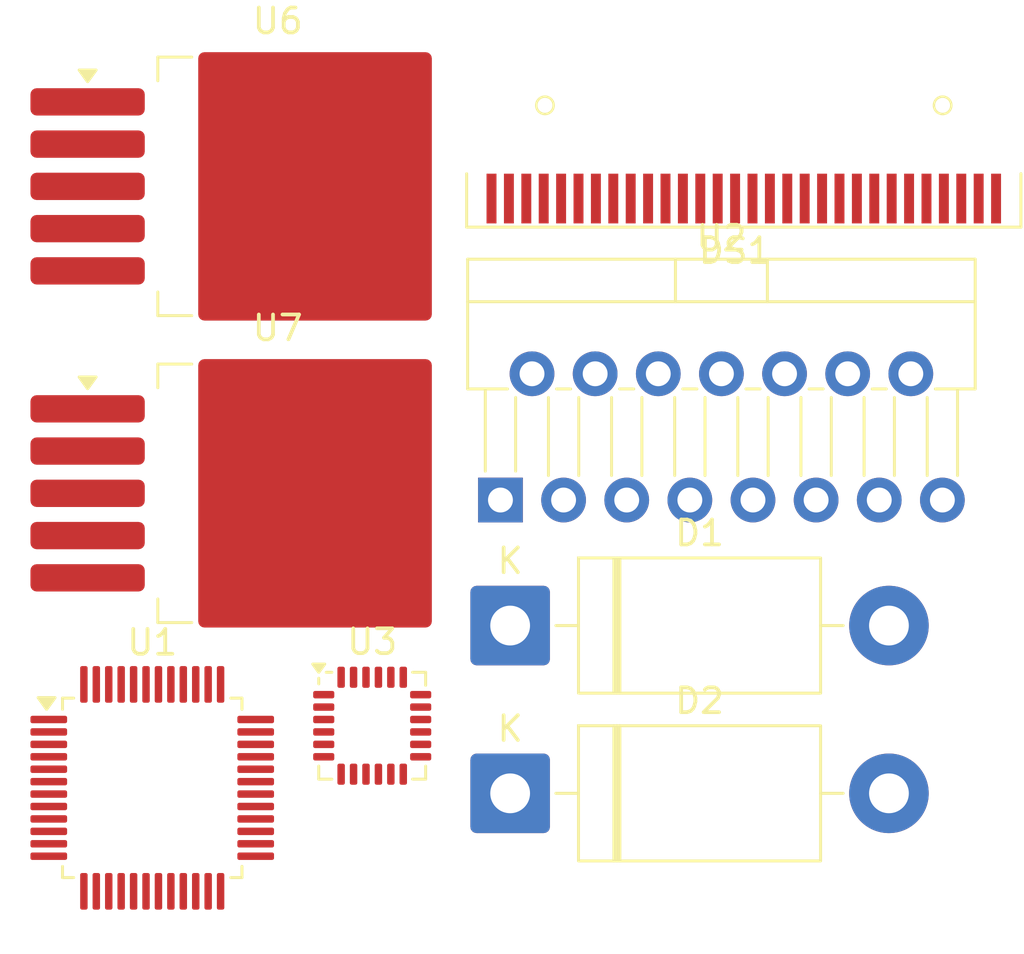
<source format=kicad_pcb>
(kicad_pcb (version 20241229) (generator "pcbnew") (generator_version "9.0")
  (layers (0 "F.Cu" signal) (2 "B.Cu" signal) (13 "F.Paste" user) (15 "B.Paste" user) (5 "F.SilkS" user "F.Silkscreen") (7 "B.SilkS" user "B.Silkscreen") (1 "F.Mask" user) (3 "B.Mask" user) (25 "Edge.Cuts" user))
  (net 0 "")
  (net 1 "3.3V")
  (net 6 "Net-(DS1-GND-Pad1)")
  (net 31 "Net-(U1-PC15)")
  (net 34 "/encoderdongco1")
  (net 36 "/USART_TX")
  (net 37 "VBAT")
  (net 39 "/IROUT1")
  (net 40 "NRST")
  (net 42 "/INdongco1")
  (net 43 "SCLK")
  (net 44 "/OLED SCL")
  (net 45 "/IROUT2")
  (net 47 "SWDIO")
  (net 51 "/OLED SDA")
  (net 52 "/encoderdongco2")
  (net 53 "/INdongco2")
  (net 54 "/USART_RX")
  (net 55 "BOOT0")
  (net 56 "/IROUT3")
  (net 57 "/tocdodongco1")
  (net 60 "/MPU6050 SCL")
  (net 61 "/tocdodongco2")
  (net 65 "Net-(U1-PC14)")
  (net 66 "Net-(J5-Pin_2)")
  (net 67 "+5V")
  (net 69 "Net-(J6-Pin_2)")
  (net 70 "Net-(J5-Pin_3)")
  (net 71 "Net-(M1-+)")
  (net 72 "Net-(M2-+)")
  (net 73 "Net-(J6-Pin_1)")
  (net 74 "+6V_9V")
  (net 75 "Net-(M2--)")
  (net 76 "Net-(J5-Pin_1)")
  (net 77 "Net-(M1--)")
  (net 78 "Net-(J6-Pin_3)")
  (net 80 "/PB11")
  (net 82 "/PB5")
  (net 90 "/PB10")
  (net 101 "Net-(J1-Pin_1)")
  (net 102 "Net-(J3-Pin_1)")
  (footprint "Display:OLED-128O064D" (layer "F.Cu") (at 90.16 63.57)
    (property "Reference" "DS1" (at -0.35 2.1 0) (layer "F.SilkS"))
    (property "Value" "OLED-128O064D")
    (fp_line (start -11.15 -1) (end -11.15 1.15) (stroke (width 0.12)) (layer "F.SilkS"))
    (fp_line (start -11.15 1.15) (end 11.15 1.15) (stroke (width 0.12)) (layer "F.SilkS"))
    (fp_line (start 11.15 1.15) (end 11.15 -1) (stroke (width 0.12)) (layer "F.SilkS"))
    (fp_circle (center -8 -3.75) (end -7.65 -3.75) (stroke (width 0.1)) (fill no) (layer "F.SilkS"))
    (fp_circle (center 8 -3.75) (end 8.35 -3.75) (stroke (width 0.1)) (fill no) (layer "F.SilkS"))
    (pad "1" smd rect (at -10.15 0) (size 0.4 2) (layers "F.Cu" "F.Mask" "F.Paste") (net 6 "Net-(DS1-GND-Pad1)"))
    (pad "2" smd rect (at -9.45 0) (size 0.4 2) (layers "F.Cu" "F.Mask" "F.Paste"))
    (pad "3" smd rect (at -8.75 0) (size 0.4 2) (layers "F.Cu" "F.Mask" "F.Paste"))
    (pad "4" smd rect (at -8.05 0) (size 0.4 2) (layers "F.Cu" "F.Mask" "F.Paste"))
    (pad "5" smd rect (at -7.35 0) (size 0.4 2) (layers "F.Cu" "F.Mask" "F.Paste"))
    (pad "6" smd rect (at -6.65 0) (size 0.4 2) (layers "F.Cu" "F.Mask" "F.Paste"))
    (pad "7" smd rect (at -5.95 0) (size 0.4 2) (layers "F.Cu" "F.Mask" "F.Paste"))
    (pad "8" smd rect (at -5.25 0) (size 0.4 2) (layers "F.Cu" "F.Mask" "F.Paste"))
    (pad "9" smd rect (at -4.55 0) (size 0.4 2) (layers "F.Cu" "F.Mask" "F.Paste"))
    (pad "10" smd rect (at -3.85 0) (size 0.4 2) (layers "F.Cu" "F.Mask" "F.Paste"))
    (pad "11" smd rect (at -3.15 0) (size 0.4 2) (layers "F.Cu" "F.Mask" "F.Paste"))
    (pad "12" smd rect (at -2.45 0) (size 0.4 2) (layers "F.Cu" "F.Mask" "F.Paste"))
    (pad "13" smd rect (at -1.75 0) (size 0.4 2) (layers "F.Cu" "F.Mask" "F.Paste"))
    (pad "14" smd rect (at -1.05 0) (size 0.4 2) (layers "F.Cu" "F.Mask" "F.Paste"))
    (pad "15" smd rect (at -0.35 0) (size 0.4 2) (layers "F.Cu" "F.Mask" "F.Paste"))
    (pad "16" smd rect (at 0.35 0) (size 0.4 2) (layers "F.Cu" "F.Mask" "F.Paste"))
    (pad "17" smd rect (at 1.05 0) (size 0.4 2) (layers "F.Cu" "F.Mask" "F.Paste"))
    (pad "18" smd rect (at 1.75 0) (size 0.4 2) (layers "F.Cu" "F.Mask" "F.Paste"))
    (pad "19" smd rect (at 2.45 0) (size 0.4 2) (layers "F.Cu" "F.Mask" "F.Paste"))
    (pad "20" smd rect (at 3.15 0) (size 0.4 2) (layers "F.Cu" "F.Mask" "F.Paste"))
    (pad "21" smd rect (at 3.85 0) (size 0.4 2) (layers "F.Cu" "F.Mask" "F.Paste"))
    (pad "22" smd rect (at 4.55 0) (size 0.4 2) (layers "F.Cu" "F.Mask" "F.Paste"))
    (pad "23" smd rect (at 5.25 0) (size 0.4 2) (layers "F.Cu" "F.Mask" "F.Paste"))
    (pad "24" smd rect (at 5.95 0) (size 0.4 2) (layers "F.Cu" "F.Mask" "F.Paste"))
    (pad "25" smd rect (at 6.65 0) (size 0.4 2) (layers "F.Cu" "F.Mask" "F.Paste"))
    (pad "26" smd rect (at 7.35 0) (size 0.4 2) (layers "F.Cu" "F.Mask" "F.Paste"))
    (pad "27" smd rect (at 8.05 0) (size 0.4 2) (layers "F.Cu" "F.Mask" "F.Paste"))
    (pad "28" smd rect (at 8.75 0) (size 0.4 2) (layers "F.Cu" "F.Mask" "F.Paste"))
    (pad "29" smd rect (at 9.45 0) (size 0.4 2) (layers "F.Cu" "F.Mask" "F.Paste"))
    (pad "30" smd rect (at 10.15 0) (size 0.4 2) (layers "F.Cu" "F.Mask" "F.Paste") (net 6 "Net-(DS1-GND-Pad1)"))
  )
  (footprint "Package_TO_SOT_THT:TO-220-15_P2.54x5.08mm_StaggerOdd_Lead4.58mm_Vertical" (layer "F.Cu") (at 80.37 75.7)
    (property "Reference" "U2" (at 8.89 -10.53 0) (layer "F.SilkS"))
    (property "Value" "L298N")
    (fp_line (start -1.32 -9.69) (end 19.1 -9.69) (stroke (width 0.12)) (layer "F.SilkS"))
    (fp_line (start -1.32 -7.98) (end 19.1 -7.98) (stroke (width 0.12)) (layer "F.SilkS"))
    (fp_line (start -1.32 -4.47) (end -1.32 -9.69) (stroke (width 0.12)) (layer "F.SilkS"))
    (fp_line (start -0.61 -4.47) (end -0.61 -1.16) (stroke (width 0.12)) (layer "F.SilkS"))
    (fp_line (start 0.283 -4.47) (end -1.32 -4.47) (stroke (width 0.12)) (layer "F.SilkS"))
    (fp_line (start 0.61 -4.126) (end 0.61 -1.16) (stroke (width 0.12)) (layer "F.SilkS"))
    (fp_line (start 1.93 -4.126) (end 1.93 -0.987) (stroke (width 0.12)) (layer "F.SilkS"))
    (fp_line (start 2.823 -4.47) (end 2.257 -4.47) (stroke (width 0.12)) (layer "F.SilkS"))
    (fp_line (start 3.15 -4.126) (end 3.15 -0.987) (stroke (width 0.12)) (layer "F.SilkS"))
    (fp_line (start 4.47 -4.126) (end 4.47 -0.987) (stroke (width 0.12)) (layer "F.SilkS"))
    (fp_line (start 5.363 -4.47) (end 4.797 -4.47) (stroke (width 0.12)) (layer "F.SilkS"))
    (fp_line (start 5.69 -4.126) (end 5.69 -0.987) (stroke (width 0.12)) (layer "F.SilkS"))
    (fp_line (start 7.01 -4.126) (end 7.01 -0.987) (stroke (width 0.12)) (layer "F.SilkS"))
    (fp_line (start 7.04 -9.69) (end 7.04 -7.98) (stroke (width 0.12)) (layer "F.SilkS"))
    (fp_line (start 7.903 -4.47) (end 7.337 -4.47) (stroke (width 0.12)) (layer "F.SilkS"))
    (fp_line (start 8.23 -4.126) (end 8.23 -0.987) (stroke (width 0.12)) (layer "F.SilkS"))
    (fp_line (start 9.55 -4.126) (end 9.55 -0.987) (stroke (width 0.12)) (layer "F.SilkS"))
    (fp_line (start 10.443 -4.47) (end 9.877 -4.47) (stroke (width 0.12)) (layer "F.SilkS"))
    (fp_line (start 10.74 -9.69) (end 10.74 -7.98) (stroke (width 0.12)) (layer "F.SilkS"))
    (fp_line (start 10.77 -4.126) (end 10.77 -0.987) (stroke (width 0.12)) (layer "F.SilkS"))
    (fp_line (start 12.09 -4.126) (end 12.09 -0.987) (stroke (width 0.12)) (layer "F.SilkS"))
    (fp_line (start 12.983 -4.47) (end 12.417 -4.47) (stroke (width 0.12)) (layer "F.SilkS"))
    (fp_line (start 13.31 -4.126) (end 13.31 -0.987) (stroke (width 0.12)) (layer "F.SilkS"))
    (fp_line (start 14.63 -4.126) (end 14.63 -0.987) (stroke (width 0.12)) (layer "F.SilkS"))
    (fp_line (start 15.523 -4.47) (end 14.957 -4.47) (stroke (width 0.12)) (layer "F.SilkS"))
    (fp_line (start 15.85 -4.126) (end 15.85 -0.987) (stroke (width 0.12)) (layer "F.SilkS"))
    (fp_line (start 17.17 -4.126) (end 17.17 -0.987) (stroke (width 0.12)) (layer "F.SilkS"))
    (fp_line (start 18.39 -4.47) (end 18.39 -0.987) (stroke (width 0.12)) (layer "F.SilkS"))
    (fp_line (start 19.1 -9.69) (end 19.1 -4.47) (stroke (width 0.12)) (layer "F.SilkS"))
    (fp_line (start 19.1 -4.47) (end 17.497 -4.47) (stroke (width 0.12)) (layer "F.SilkS"))
    (pad "1" thru_hole rect (at 0 0) (size 1.8 1.8) (drill 1) (layers "*.Cu" "*.Mask"))
    (pad "2" thru_hole circle (at 1.27 -5.08) (size 1.8 1.8) (drill 1) (layers "*.Cu" "*.Mask") (net 71 "Net-(M1-+)"))
    (pad "3" thru_hole circle (at 2.54 0) (size 1.8 1.8) (drill 1) (layers "*.Cu" "*.Mask") (net 77 "Net-(M1--)"))
    (pad "4" thru_hole circle (at 3.81 -5.08) (size 1.8 1.8) (drill 1) (layers "*.Cu" "*.Mask") (net 67 "+5V"))
    (pad "5" thru_hole circle (at 5.08 0) (size 1.8 1.8) (drill 1) (layers "*.Cu" "*.Mask") (net 76 "Net-(J5-Pin_1)"))
    (pad "6" thru_hole circle (at 6.35 -5.08) (size 1.8 1.8) (drill 1) (layers "*.Cu" "*.Mask") (net 70 "Net-(J5-Pin_3)"))
    (pad "7" thru_hole circle (at 7.62 0) (size 1.8 1.8) (drill 1) (layers "*.Cu" "*.Mask") (net 66 "Net-(J5-Pin_2)"))
    (pad "8" thru_hole circle (at 8.89 -5.08) (size 1.8 1.8) (drill 1) (layers "*.Cu" "*.Mask") (net 1 "3.3V"))
    (pad "9" thru_hole circle (at 10.16 0) (size 1.8 1.8) (drill 1) (layers "*.Cu" "*.Mask") (net 74 "+6V_9V"))
    (pad "10" thru_hole circle (at 11.43 -5.08) (size 1.8 1.8) (drill 1) (layers "*.Cu" "*.Mask") (net 73 "Net-(J6-Pin_1)"))
    (pad "11" thru_hole circle (at 12.7 0) (size 1.8 1.8) (drill 1) (layers "*.Cu" "*.Mask") (net 78 "Net-(J6-Pin_3)"))
    (pad "12" thru_hole circle (at 13.97 -5.08) (size 1.8 1.8) (drill 1) (layers "*.Cu" "*.Mask") (net 69 "Net-(J6-Pin_2)"))
    (pad "13" thru_hole circle (at 15.24 0) (size 1.8 1.8) (drill 1) (layers "*.Cu" "*.Mask") (net 72 "Net-(M2-+)"))
    (pad "14" thru_hole circle (at 16.51 -5.08) (size 1.8 1.8) (drill 1) (layers "*.Cu" "*.Mask") (net 75 "Net-(M2--)"))
    (pad "15" thru_hole circle (at 17.78 0) (size 1.8 1.8) (drill 1) (layers "*.Cu" "*.Mask") (net 1 "3.3V"))
  )
  (footprint "Package_QFP:LQFP-48_7x7mm_P0.5mm" (layer "F.Cu") (at 66.36 87.28)
    (property "Reference" "U1" (at 0 -5.85 0) (layer "F.SilkS"))
    (property "Value" "STM32F103C8Tx")
    (fp_line (start -3.61 -3.61) (end -3.16 -3.61) (stroke (width 0.12)) (layer "F.SilkS"))
    (fp_line (start -3.61 -3.16) (end -3.61 -3.61) (stroke (width 0.12)) (layer "F.SilkS"))
    (fp_line (start -3.61 3.61) (end -3.61 3.16) (stroke (width 0.12)) (layer "F.SilkS"))
    (fp_line (start -3.16 3.61) (end -3.61 3.61) (stroke (width 0.12)) (layer "F.SilkS"))
    (fp_line (start 3.16 -3.61) (end 3.61 -3.61) (stroke (width 0.12)) (layer "F.SilkS"))
    (fp_line (start 3.61 -3.61) (end 3.61 -3.16) (stroke (width 0.12)) (layer "F.SilkS"))
    (fp_line (start 3.61 3.16) (end 3.61 3.61) (stroke (width 0.12)) (layer "F.SilkS"))
    (fp_line (start 3.61 3.61) (end 3.16 3.61) (stroke (width 0.12)) (layer "F.SilkS"))
    (fp_poly (pts (xy -4.25 -3.16) (xy -4.59 -3.63) (xy -3.91 -3.63)) (stroke (width 0.12)) (fill yes) (layer "F.SilkS"))
    (pad "1" smd roundrect (at -4.1625 -2.75) (size 1.475 0.3) (layers "F.Cu" "F.Mask" "F.Paste") (net 37 "VBAT"))
    (pad "2" smd roundrect (at -4.1625 -2.25) (size 1.475 0.3) (layers "F.Cu" "F.Mask" "F.Paste"))
    (pad "3" smd roundrect (at -4.1625 -1.75) (size 1.475 0.3) (layers "F.Cu" "F.Mask" "F.Paste") (net 65 "Net-(U1-PC14)"))
    (pad "4" smd roundrect (at -4.1625 -1.25) (size 1.475 0.3) (layers "F.Cu" "F.Mask" "F.Paste") (net 31 "Net-(U1-PC15)"))
    (pad "5" smd roundrect (at -4.1625 -0.75) (size 1.475 0.3) (layers "F.Cu" "F.Mask" "F.Paste"))
    (pad "6" smd roundrect (at -4.1625 -0.25) (size 1.475 0.3) (layers "F.Cu" "F.Mask" "F.Paste"))
    (pad "7" smd roundrect (at -4.1625 0.25) (size 1.475 0.3) (layers "F.Cu" "F.Mask" "F.Paste") (net 40 "NRST"))
    (pad "8" smd roundrect (at -4.1625 0.75) (size 1.475 0.3) (layers "F.Cu" "F.Mask" "F.Paste") (net 1 "3.3V"))
    (pad "9" smd roundrect (at -4.1625 1.25) (size 1.475 0.3) (layers "F.Cu" "F.Mask" "F.Paste") (net 37 "VBAT"))
    (pad "10" smd roundrect (at -4.1625 1.75) (size 1.475 0.3) (layers "F.Cu" "F.Mask" "F.Paste") (net 52 "/encoderdongco2"))
    (pad "11" smd roundrect (at -4.1625 2.25) (size 1.475 0.3) (layers "F.Cu" "F.Mask" "F.Paste") (net 52 "/encoderdongco2"))
    (pad "12" smd roundrect (at -4.1625 2.75) (size 1.475 0.3) (layers "F.Cu" "F.Mask" "F.Paste") (net 36 "/USART_TX"))
    (pad "13" smd roundrect (at -2.75 4.1625) (size 0.3 1.475) (layers "F.Cu" "F.Mask" "F.Paste") (net 54 "/USART_RX"))
    (pad "14" smd roundrect (at -2.25 4.1625) (size 0.3 1.475) (layers "F.Cu" "F.Mask" "F.Paste") (net 53 "/INdongco2"))
    (pad "15" smd roundrect (at -1.75 4.1625) (size 0.3 1.475) (layers "F.Cu" "F.Mask" "F.Paste") (net 53 "/INdongco2"))
    (pad "16" smd roundrect (at -1.25 4.1625) (size 0.3 1.475) (layers "F.Cu" "F.Mask" "F.Paste") (net 61 "/tocdodongco2"))
    (pad "17" smd roundrect (at -0.75 4.1625) (size 0.3 1.475) (layers "F.Cu" "F.Mask" "F.Paste"))
    (pad "18" smd roundrect (at -0.25 4.1625) (size 0.3 1.475) (layers "F.Cu" "F.Mask" "F.Paste"))
    (pad "19" smd roundrect (at 0.25 4.1625) (size 0.3 1.475) (layers "F.Cu" "F.Mask" "F.Paste"))
    (pad "20" smd roundrect (at 0.75 4.1625) (size 0.3 1.475) (layers "F.Cu" "F.Mask" "F.Paste"))
    (pad "21" smd roundrect (at 1.25 4.1625) (size 0.3 1.475) (layers "F.Cu" "F.Mask" "F.Paste") (net 60 "/MPU6050 SCL"))
    (pad "22" smd roundrect (at 1.75 4.1625) (size 0.3 1.475) (layers "F.Cu" "F.Mask" "F.Paste") (net 60 "/MPU6050 SCL"))
    (pad "23" smd roundrect (at 2.25 4.1625) (size 0.3 1.475) (layers "F.Cu" "F.Mask" "F.Paste") (net 1 "3.3V"))
    (pad "24" smd roundrect (at 2.75 4.1625) (size 0.3 1.475) (layers "F.Cu" "F.Mask" "F.Paste") (net 37 "VBAT"))
    (pad "25" smd roundrect (at 4.1625 2.75) (size 1.475 0.3) (layers "F.Cu" "F.Mask" "F.Paste"))
    (pad "26" smd roundrect (at 4.1625 2.25) (size 1.475 0.3) (layers "F.Cu" "F.Mask" "F.Paste"))
    (pad "27" smd roundrect (at 4.1625 1.75) (size 1.475 0.3) (layers "F.Cu" "F.Mask" "F.Paste"))
    (pad "28" smd roundrect (at 4.1625 1.25) (size 1.475 0.3) (layers "F.Cu" "F.Mask" "F.Paste"))
    (pad "29" smd roundrect (at 4.1625 0.75) (size 1.475 0.3) (layers "F.Cu" "F.Mask" "F.Paste") (net 34 "/encoderdongco1"))
    (pad "30" smd roundrect (at 4.1625 0.25) (size 1.475 0.3) (layers "F.Cu" "F.Mask" "F.Paste") (net 34 "/encoderdongco1"))
    (pad "31" smd roundrect (at 4.1625 -0.25) (size 1.475 0.3) (layers "F.Cu" "F.Mask" "F.Paste") (net 39 "/IROUT1"))
    (pad "32" smd roundrect (at 4.1625 -0.75) (size 1.475 0.3) (layers "F.Cu" "F.Mask" "F.Paste") (net 45 "/IROUT2"))
    (pad "33" smd roundrect (at 4.1625 -1.25) (size 1.475 0.3) (layers "F.Cu" "F.Mask" "F.Paste") (net 56 "/IROUT3"))
    (pad "34" smd roundrect (at 4.1625 -1.75) (size 1.475 0.3) (layers "F.Cu" "F.Mask" "F.Paste") (net 47 "SWDIO"))
    (pad "35" smd roundrect (at 4.1625 -2.25) (size 1.475 0.3) (layers "F.Cu" "F.Mask" "F.Paste") (net 1 "3.3V"))
    (pad "36" smd roundrect (at 4.1625 -2.75) (size 1.475 0.3) (layers "F.Cu" "F.Mask" "F.Paste") (net 37 "VBAT"))
    (pad "37" smd roundrect (at 2.75 -4.1625) (size 0.3 1.475) (layers "F.Cu" "F.Mask" "F.Paste") (net 43 "SCLK"))
    (pad "38" smd roundrect (at 2.25 -4.1625) (size 0.3 1.475) (layers "F.Cu" "F.Mask" "F.Paste"))
    (pad "39" smd roundrect (at 1.75 -4.1625) (size 0.3 1.475) (layers "F.Cu" "F.Mask" "F.Paste") (net 42 "/INdongco1"))
    (pad "40" smd roundrect (at 1.25 -4.1625) (size 0.3 1.475) (layers "F.Cu" "F.Mask" "F.Paste") (net 42 "/INdongco1"))
    (pad "41" smd roundrect (at 0.75 -4.1625) (size 0.3 1.475) (layers "F.Cu" "F.Mask" "F.Paste"))
    (pad "42" smd roundrect (at 0.25 -4.1625) (size 0.3 1.475) (layers "F.Cu" "F.Mask" "F.Paste") (net 57 "/tocdodongco1"))
    (pad "43" smd roundrect (at -0.25 -4.1625) (size 0.3 1.475) (layers "F.Cu" "F.Mask" "F.Paste"))
    (pad "44" smd roundrect (at -0.75 -4.1625) (size 0.3 1.475) (layers "F.Cu" "F.Mask" "F.Paste") (net 55 "BOOT0"))
    (pad "45" smd roundrect (at -1.25 -4.1625) (size 0.3 1.475) (layers "F.Cu" "F.Mask" "F.Paste") (net 44 "/OLED SCL"))
    (pad "46" smd roundrect (at -1.75 -4.1625) (size 0.3 1.475) (layers "F.Cu" "F.Mask" "F.Paste") (net 51 "/OLED SDA"))
    (pad "47" smd roundrect (at -2.25 -4.1625) (size 0.3 1.475) (layers "F.Cu" "F.Mask" "F.Paste") (net 1 "3.3V"))
    (pad "48" smd roundrect (at -2.75 -4.1625) (size 0.3 1.475) (layers "F.Cu" "F.Mask" "F.Paste") (net 37 "VBAT"))
  )
  (footprint "Diode_THT:D_DO-201AD_P15.24mm_Horizontal" (layer "F.Cu") (at 80.76 87.5)
    (property "Reference" "D2" (at 7.62 -3.72 0) (layer "F.SilkS"))
    (property "Value" "1N5822")
    (fp_line (start 1.84 0) (end 2.75 0) (stroke (width 0.12)) (layer "F.SilkS"))
    (fp_line (start 4.175 -2.72) (end 4.175 2.72) (stroke (width 0.12)) (layer "F.SilkS"))
    (fp_line (start 4.295 -2.72) (end 4.295 2.72) (stroke (width 0.12)) (layer "F.SilkS"))
    (fp_line (start 4.415 -2.72) (end 4.415 2.72) (stroke (width 0.12)) (layer "F.SilkS"))
    (fp_line (start 13.4 0) (end 12.49 0) (stroke (width 0.12)) (layer "F.SilkS"))
    (fp_rect (start 2.75 -2.72) (end 12.49 2.72) (stroke (width 0.12)) (fill no) (layer "F.SilkS"))
    (fp_text user "K" (at 0 -2.6 0) (layer "F.SilkS"))
    (pad "1" thru_hole roundrect (at 0 0) (size 3.2 3.2) (drill 1.6) (layers "*.Cu" "*.Mask") (roundrect_rratio 0.078125) (net 1 "3.3V"))
    (pad "2" thru_hole circle (at 15.24 0) (size 3.2 3.2) (drill 1.6) (layers "*.Cu" "*.Mask") (net 1 "3.3V"))
  )
  (footprint "Package_TO_SOT_SMD:TO-263-5_TabPin3" (layer "F.Cu") (at 71.41 63.08)
    (property "Reference" "U6" (at 0 -6.65 0) (layer "F.SilkS"))
    (property "Value" "LM2596S-5")
    (fp_line (start -4.825 -5.2) (end -4.825 -4.25) (stroke (width 0.12)) (layer "F.SilkS"))
    (fp_line (start -4.825 5.2) (end -4.825 4.25) (stroke (width 0.12)) (layer "F.SilkS"))
    (fp_line (start -3.46 -5.2) (end -4.825 -5.2) (stroke (width 0.12)) (layer "F.SilkS"))
    (fp_line (start -3.46 5.2) (end -4.825 5.2) (stroke (width 0.12)) (layer "F.SilkS"))
    (fp_poly (pts (xy -7.65 -4.21) (xy -7.99 -4.68) (xy -7.31 -4.68)) (stroke (width 0.12)) (fill yes) (layer "F.SilkS"))
    (pad "1" smd roundrect (at -7.65 -3.4) (size 4.6 1.1) (layers "F.Cu" "F.Mask" "F.Paste") (roundrect_rratio 0.227273) (net 101 "Net-(J1-Pin_1)"))
    (pad "2" smd roundrect (at -7.65 -1.7) (size 4.6 1.1) (layers "F.Cu" "F.Mask" "F.Paste") (roundrect_rratio 0.227273) (net 1 "3.3V"))
    (pad "3" smd roundrect (at -7.65 0) (size 4.6 1.1) (layers "F.Cu" "F.Mask" "F.Paste") (roundrect_rratio 0.227273) (net 1 "3.3V"))
    (pad "3" smd roundrect (at 1.5 0) (size 9.4 10.8) (layers "F.Cu" "F.Mask") (roundrect_rratio 0.026596) (net 1 "3.3V"))
    (pad "4" smd roundrect (at -7.65 1.7) (size 4.6 1.1) (layers "F.Cu" "F.Mask" "F.Paste") (roundrect_rratio 0.227273) (net 1 "3.3V"))
    (pad "5" smd roundrect (at -7.65 3.4) (size 4.6 1.1) (layers "F.Cu" "F.Mask" "F.Paste") (roundrect_rratio 0.227273) (net 1 "3.3V"))
  )
  (footprint "Sensor_Motion:InvenSense_QFN-24_4x4mm_P0.5mm" (layer "F.Cu") (at 75.21 84.78)
    (property "Reference" "U3" (at 0 -3.375 0) (layer "F.SilkS"))
    (property "Value" "MPU-6050")
    (fp_line (start -2.15 -1.685) (end -2.15 -1.91) (stroke (width 0.12)) (layer "F.SilkS"))
    (fp_line (start -2.15 2.15) (end -2.15 1.625) (stroke (width 0.12)) (layer "F.SilkS"))
    (fp_line (start -2.15 2.15) (end -1.625 2.15) (stroke (width 0.12)) (layer "F.SilkS"))
    (fp_line (start -1.625 -2.15) (end -1.85 -2.15) (stroke (width 0.12)) (layer "F.SilkS"))
    (fp_line (start 2.15 -2.15) (end 1.625 -2.15) (stroke (width 0.12)) (layer "F.SilkS"))
    (fp_line (start 2.15 -2.15) (end 2.15 -1.625) (stroke (width 0.12)) (layer "F.SilkS"))
    (fp_line (start 2.15 2.15) (end 1.625 2.15) (stroke (width 0.12)) (layer "F.SilkS"))
    (fp_line (start 2.15 2.15) (end 2.15 1.625) (stroke (width 0.12)) (layer "F.SilkS"))
    (fp_poly (pts (xy -2.15 -2.15) (xy -2.39 -2.48) (xy -1.91 -2.48) (xy -2.15 -2.15)) (stroke (width 0.12)) (fill yes) (layer "F.SilkS"))
    (pad "1" smd roundrect (at -1.95 -1.25) (size 0.85 0.3) (layers "F.Cu" "F.Mask" "F.Paste"))
    (pad "2" smd roundrect (at -1.95 -0.75) (size 0.85 0.3) (layers "F.Cu" "F.Mask" "F.Paste"))
    (pad "3" smd roundrect (at -1.95 -0.25) (size 0.85 0.3) (layers "F.Cu" "F.Mask" "F.Paste"))
    (pad "4" smd roundrect (at -1.95 0.25) (size 0.85 0.3) (layers "F.Cu" "F.Mask" "F.Paste"))
    (pad "5" smd roundrect (at -1.95 0.75) (size 0.85 0.3) (layers "F.Cu" "F.Mask" "F.Paste"))
    (pad "6" smd roundrect (at -1.95 1.25) (size 0.85 0.3) (layers "F.Cu" "F.Mask" "F.Paste"))
    (pad "7" smd roundrect (at -1.25 1.95 90) (size 0.85 0.3) (layers "F.Cu" "F.Mask" "F.Paste"))
    (pad "8" smd roundrect (at -0.75 1.95 90) (size 0.85 0.3) (layers "F.Cu" "F.Mask" "F.Paste"))
    (pad "9" smd roundrect (at -0.25 1.95 90) (size 0.85 0.3) (layers "F.Cu" "F.Mask" "F.Paste"))
    (pad "10" smd roundrect (at 0.25 1.95 90) (size 0.85 0.3) (layers "F.Cu" "F.Mask" "F.Paste"))
    (pad "11" smd roundrect (at 0.75 1.95 90) (size 0.85 0.3) (layers "F.Cu" "F.Mask" "F.Paste"))
    (pad "12" smd roundrect (at 1.25 1.95 90) (size 0.85 0.3) (layers "F.Cu" "F.Mask" "F.Paste") (net 82 "/PB5"))
    (pad "13" smd roundrect (at 1.95 1.25) (size 0.85 0.3) (layers "F.Cu" "F.Mask" "F.Paste") (net 37 "VBAT"))
    (pad "14" smd roundrect (at 1.95 0.75) (size 0.85 0.3) (layers "F.Cu" "F.Mask" "F.Paste"))
    (pad "15" smd roundrect (at 1.95 0.25) (size 0.85 0.3) (layers "F.Cu" "F.Mask" "F.Paste"))
    (pad "16" smd roundrect (at 1.95 -0.25) (size 0.85 0.3) (layers "F.Cu" "F.Mask" "F.Paste"))
    (pad "17" smd roundrect (at 1.95 -0.75) (size 0.85 0.3) (layers "F.Cu" "F.Mask" "F.Paste"))
    (pad "18" smd roundrect (at 1.95 -1.25) (size 0.85 0.3) (layers "F.Cu" "F.Mask" "F.Paste") (net 1 "3.3V"))
    (pad "19" smd roundrect (at 1.25 -1.95 90) (size 0.85 0.3) (layers "F.Cu" "F.Mask" "F.Paste"))
    (pad "20" smd roundrect (at 0.75 -1.95 90) (size 0.85 0.3) (layers "F.Cu" "F.Mask" "F.Paste"))
    (pad "21" smd roundrect (at 0.25 -1.95 90) (size 0.85 0.3) (layers "F.Cu" "F.Mask" "F.Paste"))
    (pad "22" smd roundrect (at -0.25 -1.95 90) (size 0.85 0.3) (layers "F.Cu" "F.Mask" "F.Paste"))
    (pad "23" smd roundrect (at -0.75 -1.95 90) (size 0.85 0.3) (layers "F.Cu" "F.Mask" "F.Paste") (net 90 "/PB10"))
    (pad "24" smd roundrect (at -1.25 -1.95 90) (size 0.85 0.3) (layers "F.Cu" "F.Mask" "F.Paste") (net 80 "/PB11"))
  )
  (footprint "Package_TO_SOT_SMD:TO-263-5_TabPin3" (layer "F.Cu") (at 71.41 75.43)
    (property "Reference" "U7" (at 0 -6.65 0) (layer "F.SilkS"))
    (property "Value" "LM2596S-3.3")
    (fp_line (start -4.825 -5.2) (end -4.825 -4.25) (stroke (width 0.12)) (layer "F.SilkS"))
    (fp_line (start -4.825 5.2) (end -4.825 4.25) (stroke (width 0.12)) (layer "F.SilkS"))
    (fp_line (start -3.46 -5.2) (end -4.825 -5.2) (stroke (width 0.12)) (layer "F.SilkS"))
    (fp_line (start -3.46 5.2) (end -4.825 5.2) (stroke (width 0.12)) (layer "F.SilkS"))
    (fp_poly (pts (xy -7.65 -4.21) (xy -7.99 -4.68) (xy -7.31 -4.68)) (stroke (width 0.12)) (fill yes) (layer "F.SilkS"))
    (pad "1" smd roundrect (at -7.65 -3.4) (size 4.6 1.1) (layers "F.Cu" "F.Mask" "F.Paste") (roundrect_rratio 0.227273) (net 102 "Net-(J3-Pin_1)"))
    (pad "2" smd roundrect (at -7.65 -1.7) (size 4.6 1.1) (layers "F.Cu" "F.Mask" "F.Paste") (roundrect_rratio 0.227273) (net 1 "3.3V"))
    (pad "3" smd roundrect (at -7.65 0) (size 4.6 1.1) (layers "F.Cu" "F.Mask" "F.Paste") (roundrect_rratio 0.227273) (net 1 "3.3V"))
    (pad "3" smd roundrect (at 1.5 0) (size 9.4 10.8) (layers "F.Cu" "F.Mask") (roundrect_rratio 0.026596) (net 1 "3.3V"))
    (pad "4" smd roundrect (at -7.65 1.7) (size 4.6 1.1) (layers "F.Cu" "F.Mask" "F.Paste") (roundrect_rratio 0.227273) (net 1 "3.3V"))
    (pad "5" smd roundrect (at -7.65 3.4) (size 4.6 1.1) (layers "F.Cu" "F.Mask" "F.Paste") (roundrect_rratio 0.227273) (net 1 "3.3V"))
  )
  (footprint "Diode_THT:D_DO-201AD_P15.24mm_Horizontal" (layer "F.Cu") (at 80.76 80.75)
    (property "Reference" "D1" (at 7.62 -3.72 0) (layer "F.SilkS"))
    (property "Value" "1N5822")
    (fp_line (start 1.84 0) (end 2.75 0) (stroke (width 0.12)) (layer "F.SilkS"))
    (fp_line (start 4.175 -2.72) (end 4.175 2.72) (stroke (width 0.12)) (layer "F.SilkS"))
    (fp_line (start 4.295 -2.72) (end 4.295 2.72) (stroke (width 0.12)) (layer "F.SilkS"))
    (fp_line (start 4.415 -2.72) (end 4.415 2.72) (stroke (width 0.12)) (layer "F.SilkS"))
    (fp_line (start 13.4 0) (end 12.49 0) (stroke (width 0.12)) (layer "F.SilkS"))
    (fp_rect (start 2.75 -2.72) (end 12.49 2.72) (stroke (width 0.12)) (fill no) (layer "F.SilkS"))
    (fp_text user "K" (at 0 -2.6 0) (layer "F.SilkS"))
    (pad "1" thru_hole roundrect (at 0 0) (size 3.2 3.2) (drill 1.6) (layers "*.Cu" "*.Mask") (roundrect_rratio 0.078125) (net 1 "3.3V"))
    (pad "2" thru_hole circle (at 15.24 0) (size 3.2 3.2) (drill 1.6) (layers "*.Cu" "*.Mask") (net 1 "3.3V"))
  )
)
</source>
